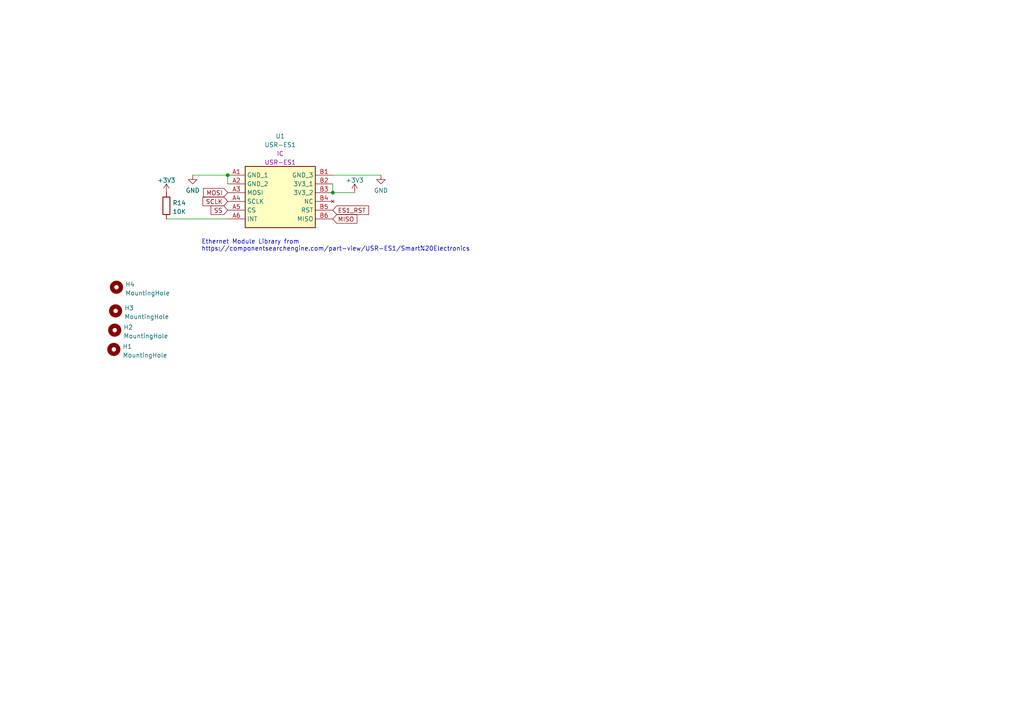
<source format=kicad_sch>
(kicad_sch (version 20231120) (generator "eeschema") (generator_version "8.0")
  (paper "A4")
  (title_block (date "2024-08-06"))
  (lib_symbols
    (symbol "Device:R" (pin_numbers hide) (pin_names (offset 0))
      (property "Reference" "R" (at 2.032 0 90))
      (property "Value" "R" (at 0 0 90))
      (symbol "R_0_1"
        (rectangle (start -1.016 -2.54) (end 1.016 2.54) (stroke (width 0.254)))
      )
      (symbol "R_1_1"
        (pin passive line (at 0 3.81 270) (length 1.27) (name "~") (number "1"))
        (pin passive line (at 0 -3.81 90) (length 1.27) (name "~") (number "2"))
      )
    )
    (symbol "Mechanical:MountingHole" (pin_names (offset 1.016))
      (property "Reference" "H" (at 0 5.08 0))
      (property "Value" "MountingHole" (at 0 3.175 0))
      (symbol "MountingHole_0_1"
        (circle (center 0 0) (radius 1.27) (stroke (width 1.27)))
      )
    )
    (symbol "USR-ES1:USR-ES1"
      (property "Value" "USR-ES1" (at 0 0 0))
      (property "Reference_1" "IC" (at 26.67 7.62 0))
      (property "Value_1" "USR-ES1" (at 26.67 5.08 0))
      (symbol "USR-ES1_1_1"
        (rectangle (start 5.08 2.54) (end 25.4 -15.24) (stroke (width 0.254)) (fill (type background)))
        (pin passive line (at 0 0 0) (length 5.08) (name "GND_1") (number "A1"))
        (pin passive line (at 0 -2.54 0) (length 5.08) (name "GND_2") (number "A2"))
        (pin passive line (at 0 -5.08 0) (length 5.08) (name "MOSI") (number "A3"))
        (pin passive line (at 0 -7.62 0) (length 5.08) (name "SCLK") (number "A4"))
        (pin passive line (at 0 -10.16 0) (length 5.08) (name "CS") (number "A5"))
        (pin passive line (at 0 -12.7 0) (length 5.08) (name "INT") (number "A6"))
        (pin passive line (at 30.48 0 180) (length 5.08) (name "GND_3") (number "B1"))
        (pin passive line (at 30.48 -2.54 180) (length 5.08) (name "3V3_1") (number "B2"))
        (pin passive line (at 30.48 -5.08 180) (length 5.08) (name "3V3_2") (number "B3"))
        (pin no_connect line (at 30.48 -7.62 180) (length 5.08) (name "NC") (number "B4"))
        (pin passive line (at 30.48 -10.16 180) (length 5.08) (name "RST") (number "B5"))
        (pin passive line (at 30.48 -12.7 180) (length 5.08) (name "MISO") (number "B6"))
      )
    )
    (symbol "power:+3V3" (power) (pin_names (offset 0))
      (property "Value" "+3V3" (at 0 3.556 0))
      (symbol "+3V3_0_1"
        (polyline (pts (xy -0.762 1.27) (xy 0 2.54)))
        (polyline (pts (xy 0 0) (xy 0 2.54)))
        (polyline (pts (xy 0 2.54) (xy 0.762 1.27)))
      )
      (symbol "+3V3_1_1"
        (pin power_in line (at 0 0 90) (length 0) hide (name "+3V3") (number "1"))
      )
    )
    (symbol "power:GND" (power) (pin_names (offset 0))
      (property "Value" "GND" (at 0 -3.81 0))
      (symbol "GND_0_1"
        (polyline (pts (xy 0 0) (xy 0 -1.27) (xy 1.27 -1.27) (xy 0 -2.54) (xy -1.27 -1.27) (xy 0 -1.27)))
      )
      (symbol "GND_1_1"
        (pin power_in line (at 0 0 270) (length 0) hide (name "GND") (number "1"))
      )
    )
  )
  (junction (at 66.04 50.8))
  (junction (at 96.52 55.88))
  (wire (pts (xy 96.52 50.8) (xy 110.49 50.8)))
  (wire (pts (xy 66.04 50.8) (xy 66.04 53.34)))
  (wire (pts (xy 96.52 55.88) (xy 102.87 55.88)))
  (wire (pts (xy 96.52 53.34) (xy 96.52 55.88)))
  (wire (pts (xy 55.88 50.8) (xy 66.04 50.8)))
  (wire (pts (xy 48.26 63.5) (xy 66.04 63.5)))
  (text "Ethernet Module Library from \nhttps://componentsearchengine.com/part-view/USR-ES1/Smart%20Electronics" (at 58.42 73.025 0) (effects (font (size 1.27 1.27)) (justify left bottom)))
  (global_label "MOSI" (shape input) (at 66.04 55.88 180) (property "Intersheetrefs" "${INTERSHEET_REFS}" (effects (hide yes))))
  (global_label "MISO" (shape input) (at 96.52 63.5 0) (property "Intersheetrefs" "${INTERSHEET_REFS}" (effects (hide yes))))
  (global_label "SS" (shape input) (at 66.04 60.96 180) (property "Intersheetrefs" "${INTERSHEET_REFS}" (effects (hide yes))))
  (global_label "SCLK" (shape input) (at 66.04 58.42 180) (property "Intersheetrefs" "${INTERSHEET_REFS}" (effects (hide yes))))
  (global_label "ES1_RST" (shape input) (at 96.52 60.96 0) (property "Intersheetrefs" "${INTERSHEET_REFS}" (effects (hide yes))))
  (symbol (lib_id "Device:R") (at 48.26 59.69 0) (unit 1)
    (property "Reference" "R14" (at 50.038 58.8553 0) (effects (justify left)))
    (property "Value" "10K" (at 50.038 61.3922 0) (effects (justify left)))
    (property "Footprint" "Resistor_THT:R_Axial_DIN0204_L3.6mm_D1.6mm_P2.54mm_Vertical" (effects (hide yes)))
  )
  (symbol (lib_id "Mechanical:MountingHole") (at 33.782 83.312 0) (unit 1)
    (property "Reference" "H4" (at 36.322 82.4773 0) (effects (justify left)))
    (property "Value" "MountingHole" (at 36.322 85.0142 0) (effects (justify left)))
    (property "Footprint" "Arduino_MountingHole:MountingHole_3.2mm" (effects (hide yes)))
  )
  (symbol (lib_id "power:+3V3") (at 102.87 55.88 0) (unit 1)
    (property "Reference" "#PWR029" (effects (hide yes)))
    (property "Value" "+3V3" (at 102.87 52.3042 0))
  )
  (symbol (lib_id "power:+3V3") (at 48.26 55.88 0) (unit 1)
    (property "Reference" "#PWR027" (effects (hide yes)))
    (property "Value" "+3V3" (at 48.26 52.3042 0))
  )
  (symbol (lib_id "power:GND") (at 110.49 50.8 0) (unit 1)
    (property "Reference" "#PWR030" (effects (hide yes)))
    (property "Value" "GND" (at 110.49 55.2434 0))
  )
  (symbol (lib_id "power:GND") (at 55.88 50.8 0) (unit 1)
    (property "Reference" "#PWR028" (effects (hide yes)))
    (property "Value" "GND" (at 55.88 55.2434 0))
  )
  (symbol (lib_id "Mechanical:MountingHole") (at 33.02 101.346 0) (unit 1)
    (property "Reference" "H1" (at 35.56 100.5113 0) (effects (justify left)))
    (property "Value" "MountingHole" (at 35.56 103.0482 0) (effects (justify left)))
    (property "Footprint" "Arduino_MountingHole:MountingHole_3.2mm" (effects (hide yes)))
  )
  (symbol (lib_id "USR-ES1:USR-ES1") (at 66.04 50.8 0) (unit 1)
    (property "Reference" "U1" (at 81.28 39.4864 0))
    (property "Value" "USR-ES1" (at 81.28 42.0233 0))
    (property "Footprint" "USR-ES1:USRES1" (effects (hide yes)))
    (property "Reference_1" "IC" (at 81.28 44.5602 0))
    (property "Value_1" "USR-ES1" (at 81.28 47.0971 0))
    (property "Footprint_1" "USRES1" (effects (hide yes)))
    (property "Datasheet_1" "https://www.aliexpress.com/item/Free-Shipping-USR-ES1-W5500-Chip-New-SPI-to-LAN-Ethernet-Converter-TCP-IP-Mod/32714438223.html?spm=a2g0s.9042311.0.0.27424c4dBBEz2G" (effects (hide yes)))
    (property "Height" "3" (effects (hide yes)))
    (property "Manufacturer_Name" "Smart Electronics" (effects (hide yes)))
    (property "Manufacturer_Part_Number" "USR-ES1" (effects (hide yes)))
  )
  (symbol (lib_id "Mechanical:MountingHole") (at 33.528 90.17 0) (unit 1)
    (property "Reference" "H3" (at 36.068 89.3353 0) (effects (justify left)))
    (property "Value" "MountingHole" (at 36.068 91.8722 0) (effects (justify left)))
    (property "Footprint" "Arduino_MountingHole:MountingHole_3.2mm" (effects (hide yes)))
  )
  (symbol (lib_id "Mechanical:MountingHole") (at 33.274 95.758 0) (unit 1)
    (property "Reference" "H2" (at 35.814 94.9233 0) (effects (justify left)))
    (property "Value" "MountingHole" (at 35.814 97.4602 0) (effects (justify left)))
    (property "Footprint" "Arduino_MountingHole:MountingHole_3.2mm" (effects (hide yes)))
  )
)
</source>
